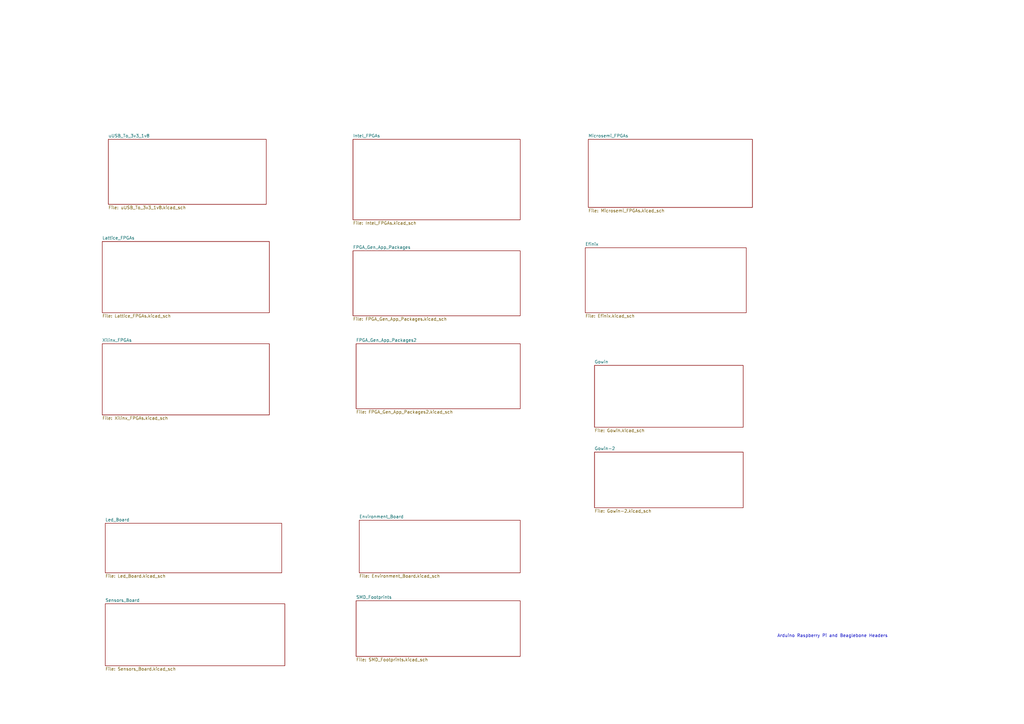
<source format=kicad_sch>
(kicad_sch (version 20230121) (generator eeschema)
  (paper "A3")
  (lib_symbols)
  (text "Arduino Raspberry Pi and Beaglebone Headers\n" (at 318.77 261.62 0) (effects (font (size 1.27 1.27)) (justify left bottom)))
  (sheet (at 144.78 57.15) (size 68.58 33.02)
    (property "Sheetname" "Intel_FPGAs" (at 144.78 56.4384 0) (effects (justify left bottom)))
    (property "Sheetfile" "Intel_FPGAs.kicad_sch" (at 144.78 90.7546 0) (effects (justify left top)))
  )
  (sheet (at 41.91 140.97) (size 68.58 29.21)
    (property "Sheetname" "Xilinx_FPGAs" (at 41.91 140.2584 0) (effects (justify left bottom)))
    (property "Sheetfile" "Xilinx_FPGAs.kicad_sch" (at 41.91 170.7646 0) (effects (justify left top)))
  )
  (sheet (at 41.91 99.06) (size 68.58 29.21)
    (property "Sheetname" "Lattice_FPGAs" (at 41.91 98.3484 0) (effects (justify left bottom)))
    (property "Sheetfile" "Lattice_FPGAs.kicad_sch" (at 41.91 128.8546 0) (effects (justify left top)))
  )
  (sheet (at 241.3 57.15) (size 67.31 27.94)
    (property "Sheetname" "Microsemi_FPGAs" (at 241.3 56.4384 0) (effects (justify left bottom)))
    (property "Sheetfile" "Microsemi_FPGAs.kicad_sch" (at 241.3 85.6746 0) (effects (justify left top)))
  )
  (sheet (at 240.03 101.6) (size 66.04 26.67)
    (property "Sheetname" "Efinix" (at 240.03 100.8884 0) (effects (justify left bottom)))
    (property "Sheetfile" "Efinix.kicad_sch" (at 240.03 128.8546 0) (effects (justify left top)))
  )
  (sheet (at 243.84 149.86) (size 60.96 25.4)
    (property "Sheetname" "Gowin" (at 243.84 149.1484 0) (effects (justify left bottom)))
    (property "Sheetfile" "Gowin.kicad_sch" (at 243.84 175.8446 0) (effects (justify left top)))
  )
  (sheet (at 44.45 57.15) (size 64.77 26.67)
    (property "Sheetname" "uUSB_To_3v3_1v8" (at 44.45 56.4384 0) (effects (justify left bottom)))
    (property "Sheetfile" "uUSB_To_3v3_1v8.kicad_sch" (at 44.45 84.4046 0) (effects (justify left top)))
  )
  (sheet (at 243.84 185.42) (size 60.96 22.86)
    (property "Sheetname" "Gowin-2" (at 243.84 184.7084 0) (effects (justify left bottom)))
    (property "Sheetfile" "Gowin-2.kicad_sch" (at 243.84 208.8646 0) (effects (justify left top)))
  )
  (sheet (at 144.78 102.87) (size 68.58 26.67)
    (property "Sheetname" "FPGA_Gen_App_Packages" (at 144.78 102.1584 0) (effects (justify left bottom)))
    (property "Sheetfile" "FPGA_Gen_App_Packages.kicad_sch" (at 144.78 130.1246 0) (effects (justify left top)))
  )
  (sheet (at 43.18 214.63) (size 72.39 20.32)
    (property "Sheetname" "Led_Board" (at 43.18 213.9184 0) (effects (justify left bottom)))
    (property "Sheetfile" "Led_Board.kicad_sch" (at 43.18 235.5346 0) (effects (justify left top)))
  )
  (sheet (at 147.32 213.36) (size 66.04 21.59)
    (property "Sheetname" "Environment_Board" (at 147.32 212.6484 0) (effects (justify left bottom)))
    (property "Sheetfile" "Environment_Board.kicad_sch" (at 147.32 235.5346 0) (effects (justify left top)))
  )
  (sheet (at 43.18 247.65) (size 73.66 25.4)
    (property "Sheetname" "Sensors_Board" (at 43.18 246.9384 0) (effects (justify left bottom)))
    (property "Sheetfile" "Sensors_Board.kicad_sch" (at 43.18 273.6346 0) (effects (justify left top)))
  )
  (sheet (at 146.05 246.38) (size 67.31 22.86)
    (property "Sheetname" "SMD_Footprints" (at 146.05 245.6684 0) (effects (justify left bottom)))
    (property "Sheetfile" "SMD_Footprints.kicad_sch" (at 146.05 269.8246 0) (effects (justify left top)))
  )
  (sheet (at 146.05 140.97) (size 67.31 26.67)
    (property "Sheetname" "FPGA_Gen_App_Packages2" (at 146.05 140.2584 0) (effects (justify left bottom)))
    (property "Sheetfile" "FPGA_Gen_App_Packages2.kicad_sch" (at 146.05 168.2246 0) (effects (justify left top)))
  )
)
</source>
